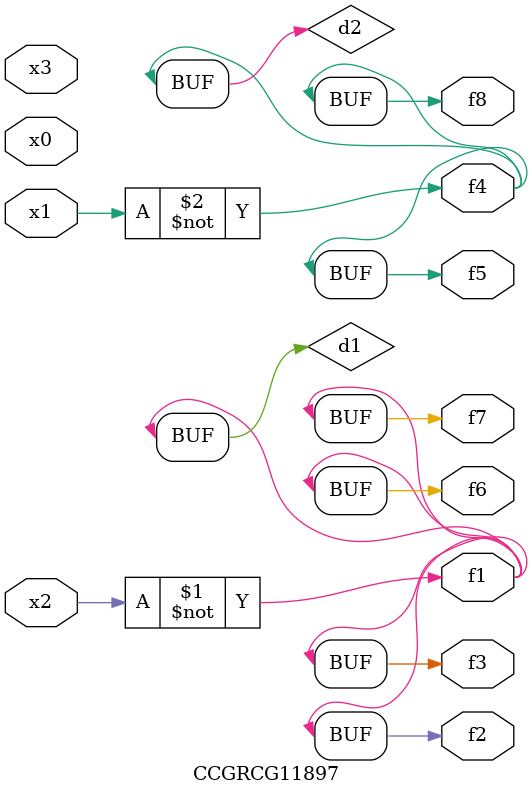
<source format=v>
module CCGRCG11897(
	input x0, x1, x2, x3,
	output f1, f2, f3, f4, f5, f6, f7, f8
);

	wire d1, d2;

	xnor (d1, x2);
	not (d2, x1);
	assign f1 = d1;
	assign f2 = d1;
	assign f3 = d1;
	assign f4 = d2;
	assign f5 = d2;
	assign f6 = d1;
	assign f7 = d1;
	assign f8 = d2;
endmodule

</source>
